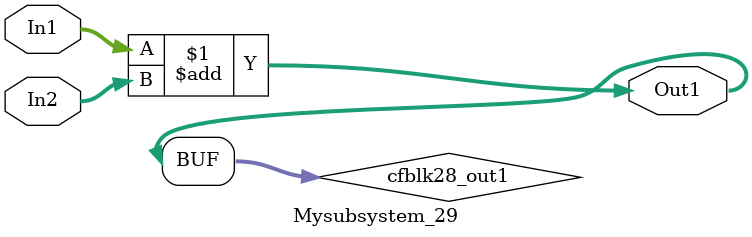
<source format=v>



`timescale 1 ns / 1 ns

module Mysubsystem_29
          (In1,
           In2,
           Out1);


  input   [7:0] In1;  // uint8
  input   [7:0] In2;  // uint8
  output  [7:0] Out1;  // uint8


  wire [7:0] cfblk28_out1;  // uint8


  assign cfblk28_out1 = In1 + In2;



  assign Out1 = cfblk28_out1;

endmodule  // Mysubsystem_29


</source>
